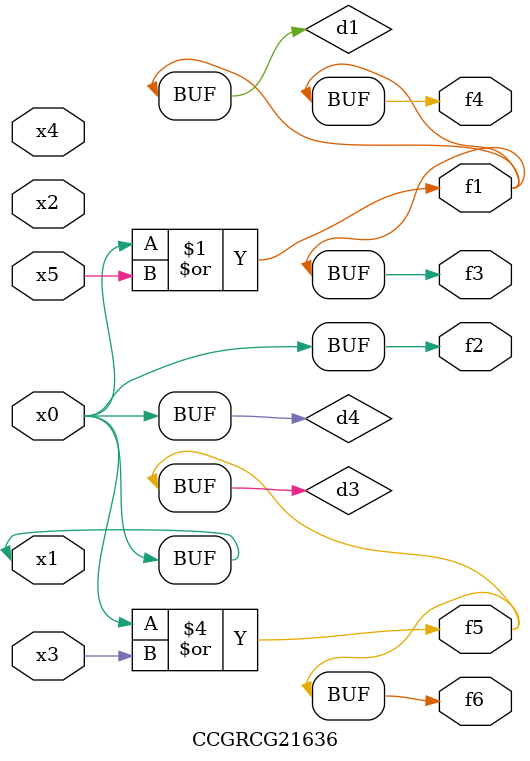
<source format=v>
module CCGRCG21636(
	input x0, x1, x2, x3, x4, x5,
	output f1, f2, f3, f4, f5, f6
);

	wire d1, d2, d3, d4;

	or (d1, x0, x5);
	xnor (d2, x1, x4);
	or (d3, x0, x3);
	buf (d4, x0, x1);
	assign f1 = d1;
	assign f2 = d4;
	assign f3 = d1;
	assign f4 = d1;
	assign f5 = d3;
	assign f6 = d3;
endmodule

</source>
